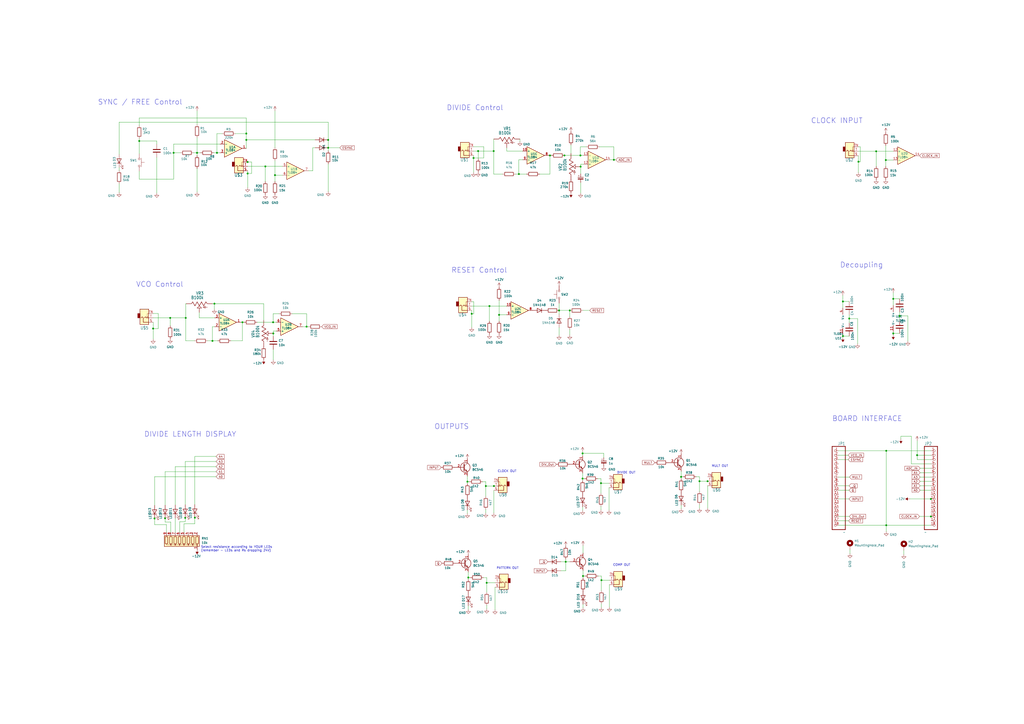
<source format=kicad_sch>
(kicad_sch (version 20230121) (generator eeschema)
  (paper "A2")
  (title_block (title "m0xpd EUCLID+ Control Board") (date "2024-03-26") (rev "2.0") (comment 1 "See: https://github.com/m0xpd/EUCLIDplus") (comment 2 "Published under CC BY-SA 4.0 License"))
  (junction (at 142.875 81.153))
  (junction (at 143.637 100.6348))
  (junction (at 177.8508 189.484))
  (junction (at 140.6398 186.944))
  (junction (at 513.842 92.837))
  (junction (at 337.947 263.017))
  (junction (at 540.004 289.433))
  (junction (at 114.3 88.646))
  (junction (at 123.2408 197.739))
  (junction (at 80.772 81.788))
  (junction (at 158.5468 193.421))
  (junction (at 153.924 96.52))
  (junction (at 113.03 300.2788))
  (junction (at 324.3072 180.086))
  (junction (at 518.16 193.421))
  (junction (at 107.7468 184.404))
  (junction (at 336.804 96.647))
  (junction (at 337.947 277.622))
  (junction (at 107.442 300.3804))
  (junction (at 158.4198 186.944))
  (junction (at 518.16 173.355))
  (junction (at 98.7298 184.404))
  (junction (at 273.6342 182.0164))
  (junction (at 328.168 325.882))
  (junction (at 508.254 87.757))
  (junction (at 274.701 91.6432))
  (junction (at 282.321 338.074))
  (junction (at 124.3838 176.149))
  (junction (at 336.677 90.17))
  (junction (at 286.385 87.63))
  (junction (at 514.096 304.673))
  (junction (at 356.108 92.71))
  (junction (at 95.758 300.6344))
  (junction (at 338.201 334.137))
  (junction (at 405.765 279.146))
  (junction (at 283.9212 177.546))
  (junction (at 89.662 300.736))
  (junction (at 286.512 281.94))
  (junction (at 190.373 85.725))
  (junction (at 348.615 280.289))
  (junction (at 271.653 335.026))
  (junction (at 395.097 276.606))
  (junction (at 330.5302 180.086))
  (junction (at 492.633 184.785))
  (junction (at 497.967 93.8022))
  (junction (at 319.024 90.17))
  (junction (at 488.95 194.945))
  (junction (at 410.464 279.146))
  (junction (at 125.857 88.646))
  (junction (at 327.406 90.17))
  (junction (at 540.004 299.593))
  (junction (at 289.5092 182.626))
  (junction (at 532.003 264.033))
  (junction (at 159.512 101.6))
  (junction (at 348.869 336.55))
  (junction (at 271.145 279.4))
  (junction (at 100.711 88.646))
  (junction (at 488.95 174.879))
  (junction (at 300.99 100.965))
  (junction (at 143.637 93.98))
  (junction (at 88.8238 190.6016))
  (junction (at 142.875 77.47))
  (junction (at 521.843 183.261))
  (junction (at 277.368 87.63))
  (junction (at 514.096 261.493))
  (junction (at 190.373 81.153))
  (junction (at 281.813 281.94))
  (wire (pts (xy 325.374 325.882) (xy 328.168 325.882)))
  (wire (pts (xy 112.268 88.646) (xy 114.3 88.646)))
  (wire (pts (xy 107.7468 184.404) (xy 98.7298 184.404)))
  (wire (pts (xy 294.005 87.63) (xy 303.149 87.63)))
  (wire (pts (xy 410.464 281.686) (xy 410.464 294.767)))
  (wire (pts (xy 271.653 335.026) (xy 272.796 335.026)))
  (wire (pts (xy 113.03 264.795) (xy 125.349 264.795)))
  (wire (pts (xy 395.097 276.606) (xy 396.24 276.606)))
  (wire (pts (xy 533.781 271.653) (xy 540.004 271.653)))
  (wire (pts (xy 497.967 90.297) (xy 497.967 93.8022)))
  (wire (pts (xy 88.8238 184.404) (xy 98.7298 184.404)))
  (wire (pts (xy 175.5648 189.484) (xy 177.8508 189.484)))
  (wire (pts (xy 338.1502 180.086) (xy 342.0872 180.086)))
  (wire (pts (xy 159.512 64.262) (xy 159.512 85.598)))
  (wire (pts (xy 107.442 302.6156) (xy 104.1908 302.6156)))
  (wire (pts (xy 279.908 279.4) (xy 281.813 279.4)))
  (wire (pts (xy 289.5092 174.244) (xy 289.5092 182.626)))
  (wire (pts (xy 348.869 350.266) (xy 348.869 352.298)))
  (wire (pts (xy 80.772 68.453) (xy 80.772 72.771)))
  (wire (pts (xy 532.003 264.033) (xy 540.004 264.033)))
  (wire (pts (xy 405.765 279.146) (xy 410.464 279.146)))
  (wire (pts (xy 115.6208 181.229) (xy 115.6208 184.404)))
  (wire (pts (xy 497.967 93.8022) (xy 499.0846 93.8022)))
  (wire (pts (xy 486.537 302.133) (xy 492.2774 302.133)))
  (wire (pts (xy 158.4198 181.991) (xy 161.8488 181.991)))
  (wire (pts (xy 90.932 83.693) (xy 90.932 81.788)))
  (wire (pts (xy 353.5426 339.09) (xy 353.5426 352.171)))
  (wire (pts (xy 540.004 299.593) (xy 540.0294 299.593)))
  (wire (pts (xy 300.99 100.965) (xy 305.435 100.965)))
  (wire (pts (xy 158.5468 192.024) (xy 158.5468 193.421)))
  (wire (pts (xy 124.3838 179.324) (xy 124.3838 176.149)))
  (wire (pts (xy 181.483 85.725) (xy 181.483 99.06)))
  (wire (pts (xy 488.95 194.945) (xy 492.633 194.945)))
  (wire (pts (xy 274.701 87.63) (xy 277.368 87.63)))
  (wire (pts (xy 514.096 304.673) (xy 540.004 304.673)))
  (wire (pts (xy 139.7508 186.944) (xy 140.6398 186.944)))
  (wire (pts (xy 100.711 103.886) (xy 100.711 88.646)))
  (wire (pts (xy 153.924 96.52) (xy 163.83 96.52)))
  (wire (pts (xy 338.201 334.137) (xy 339.344 334.137)))
  (wire (pts (xy 107.442 300.3296) (xy 107.442 300.3804)))
  (wire (pts (xy 540.004 269.113) (xy 528.701 269.113)))
  (wire (pts (xy 488.95 194.945) (xy 488.95 195.834)))
  (wire (pts (xy 159.512 101.6) (xy 159.512 105.283)))
  (wire (pts (xy 271.145 279.4) (xy 272.288 279.4)))
  (wire (pts (xy 522.605 253.111) (xy 522.605 254.635)))
  (wire (pts (xy 273.6342 177.546) (xy 283.9212 177.546)))
  (wire (pts (xy 328.168 331.089) (xy 328.168 325.882)))
  (wire (pts (xy 508.254 87.757) (xy 518.16 87.757)))
  (wire (pts (xy 190.373 95.123) (xy 190.373 111.125)))
  (wire (pts (xy 80.772 99.314) (xy 80.772 103.886)))
  (wire (pts (xy 488.95 174.879) (xy 492.633 174.879)))
  (wire (pts (xy 88.8238 181.864) (xy 91.7702 181.864)))
  (wire (pts (xy 281.813 295.529) (xy 281.813 297.561)))
  (wire (pts (xy 283.9212 177.546) (xy 283.9212 186.309)))
  (wire (pts (xy 89.662 304.292) (xy 96.5708 304.292)))
  (wire (pts (xy 299.085 100.965) (xy 300.99 100.965)))
  (wire (pts (xy 123.2408 189.484) (xy 123.2408 197.739)))
  (wire (pts (xy 497.967 87.757) (xy 508.254 87.757)))
  (wire (pts (xy 488.95 171.323) (xy 488.95 174.879)))
  (wire (pts (xy 163.83 101.6) (xy 159.512 101.6)))
  (wire (pts (xy 336.677 90.17) (xy 338.582 90.17)))
  (wire (pts (xy 300.99 92.71) (xy 300.99 100.965)))
  (wire (pts (xy 281.813 279.4) (xy 281.813 281.94)))
  (wire (pts (xy 291.465 100.965) (xy 286.385 100.965)))
  (wire (pts (xy 104.1908 302.6156) (xy 104.1908 308.7624)))
  (wire (pts (xy 518.16 192.405) (xy 518.16 193.421)))
  (wire (pts (xy 348.869 336.55) (xy 353.5426 336.55)))
  (wire (pts (xy 143.637 93.98) (xy 145.923 93.98)))
  (wire (pts (xy 89.662 300.736) (xy 89.662 304.292)))
  (wire (pts (xy 101.6508 300.5328) (xy 101.6508 308.7624)))
  (wire (pts (xy 96.5708 304.292) (xy 96.5708 308.7624)))
  (wire (pts (xy 486.537 284.353) (xy 492.506 284.353)))
  (wire (pts (xy 395.097 292.989) (xy 395.097 295.021)))
  (wire (pts (xy 348.615 293.751) (xy 348.615 295.783)))
  (wire (pts (xy 271.653 335.026) (xy 271.653 336.169)))
  (wire (pts (xy 518.16 193.421) (xy 521.843 193.421)))
  (wire (pts (xy 328.168 325.882) (xy 330.581 325.882)))
  (wire (pts (xy 533.781 281.813) (xy 540.004 281.813)))
  (wire (pts (xy 160.3248 192.024) (xy 158.5468 192.024)))
  (wire (pts (xy 403.86 276.606) (xy 405.765 276.606)))
  (wire (pts (xy 356.108 85.217) (xy 347.726 85.217)))
  (wire (pts (xy 273.6342 182.0164) (xy 273.6342 189.865)))
  (wire (pts (xy 99.1108 302.8188) (xy 99.1108 308.7624)))
  (wire (pts (xy 514.096 261.493) (xy 540.004 261.493)))
  (wire (pts (xy 348.615 277.622) (xy 348.615 280.289)))
  (wire (pts (xy 486.537 299.593) (xy 492.6838 299.593)))
  (wire (pts (xy 337.947 294.005) (xy 337.947 296.037)))
  (wire (pts (xy 69.088 97.155) (xy 69.088 98.933)))
  (wire (pts (xy 158.0388 193.421) (xy 158.5468 193.421)))
  (wire (pts (xy 286.512 281.94) (xy 286.5374 281.94)))
  (wire (pts (xy 125.3236 270.6624) (xy 101.6508 270.6624)))
  (wire (pts (xy 136.525 77.47) (xy 142.875 77.47)))
  (wire (pts (xy 518.16 193.421) (xy 518.16 194.31)))
  (wire (pts (xy 486.537 289.433) (xy 492.4806 289.433)))
  (wire (pts (xy 95.758 273.558) (xy 95.758 293.0144)))
  (wire (pts (xy 281.813 281.94) (xy 286.512 281.94)))
  (wire (pts (xy 274.7518 182.0164) (xy 273.6342 182.0164)))
  (wire (pts (xy 319.024 90.17) (xy 319.786 90.17)))
  (wire (pts (xy 80.772 81.788) (xy 80.772 89.154)))
  (wire (pts (xy 140.6398 197.739) (xy 133.9088 197.739)))
  (wire (pts (xy 493.0648 318.8716) (xy 493.0648 321.1576)))
  (wire (pts (xy 177.8508 189.484) (xy 177.8508 181.991)))
  (wire (pts (xy 328.168 324.358) (xy 328.168 325.882)))
  (wire (pts (xy 533.781 284.353) (xy 540.004 284.353)))
  (wire (pts (xy 405.765 292.735) (xy 405.765 294.767)))
  (wire (pts (xy 336.804 105.918) (xy 336.804 112.014)))
  (wire (pts (xy 113.03 300.2788) (xy 113.03 303.784)))
  (wire (pts (xy 143.637 99.06) (xy 143.637 100.6348)))
  (wire (pts (xy 115.6208 184.404) (xy 124.5108 184.404)))
  (wire (pts (xy 143.637 96.52) (xy 153.924 96.52)))
  (wire (pts (xy 348.869 334.137) (xy 348.869 336.55)))
  (wire (pts (xy 274.701 91.6432) (xy 274.701 99.949)))
  (wire (pts (xy 89.662 276.479) (xy 125.349 276.479)))
  (wire (pts (xy 282.321 351.155) (xy 282.321 353.187)))
  (wire (pts (xy 282.321 338.074) (xy 282.321 343.535)))
  (wire (pts (xy 273.6342 180.086) (xy 273.6342 182.0164)))
  (wire (pts (xy 524.3322 319.3034) (xy 524.3322 321.5894)))
  (wire (pts (xy 145.923 100.6348) (xy 143.637 100.6348)))
  (wire (pts (xy 350.266 265.43) (xy 350.266 263.017)))
  (wire (pts (xy 324.3072 180.086) (xy 330.5302 180.086)))
  (wire (pts (xy 336.296 96.647) (xy 336.804 96.647)))
  (wire (pts (xy 527.7866 289.433) (xy 540.004 289.433)))
  (wire (pts (xy 486.537 281.813) (xy 492.5314 281.813)))
  (wire (pts (xy 107.442 267.716) (xy 107.442 292.7604)))
  (wire (pts (xy 123.952 88.646) (xy 125.857 88.646)))
  (wire (pts (xy 69.088 70.866) (xy 69.088 89.535)))
  (wire (pts (xy 158.4198 186.944) (xy 160.3248 186.944)))
  (wire (pts (xy 518.16 92.837) (xy 513.842 92.837)))
  (wire (pts (xy 492.633 184.785) (xy 497.459 184.785)))
  (wire (pts (xy 95.758 302.8188) (xy 99.1108 302.8188)))
  (wire (pts (xy 286.385 87.63) (xy 286.385 80.645)))
  (wire (pts (xy 286.385 87.63) (xy 286.385 100.965)))
  (wire (pts (xy 95.758 300.6344) (xy 95.758 302.8188)))
  (wire (pts (xy 152.9588 176.149) (xy 152.9588 185.801)))
  (wire (pts (xy 303.149 92.71) (xy 300.99 92.71)))
  (wire (pts (xy 289.5092 182.626) (xy 289.5092 186.309)))
  (wire (pts (xy 140.6398 186.944) (xy 141.5288 186.944)))
  (wire (pts (xy 113.03 264.795) (xy 113.03 292.6588)))
  (wire (pts (xy 190.373 85.725) (xy 190.373 87.503)))
  (wire (pts (xy 336.804 96.647) (xy 336.804 100.838)))
  (wire (pts (xy 89.662 300.6852) (xy 89.662 300.736)))
  (wire (pts (xy 337.947 274.447) (xy 337.947 277.622)))
  (wire (pts (xy 124.5108 189.484) (xy 123.2408 189.484)))
  (wire (pts (xy 280.416 335.026) (xy 282.321 335.026)))
  (wire (pts (xy 95.758 300.5836) (xy 95.758 300.6344)))
  (wire (pts (xy 98.7298 184.404) (xy 98.7298 188.976)))
  (wire (pts (xy 274.7518 175.006) (xy 274.7518 182.0164)))
  (wire (pts (xy 153.924 96.52) (xy 153.924 105.283)))
  (wire (pts (xy 405.765 276.606) (xy 405.765 279.146)))
  (wire (pts (xy 128.905 77.47) (xy 125.857 77.47)))
  (wire (pts (xy 127.635 83.566) (xy 100.711 83.566)))
  (wire (pts (xy 533.781 279.273) (xy 540.004 279.273)))
  (wire (pts (xy 356.108 92.71) (xy 356.108 85.217)))
  (wire (pts (xy 486.537 304.673) (xy 514.096 304.673)))
  (wire (pts (xy 346.71 277.622) (xy 348.615 277.622)))
  (wire (pts (xy 513.842 84.455) (xy 513.842 92.837)))
  (wire (pts (xy 69.088 106.553) (xy 69.088 111.633)))
  (wire (pts (xy 80.772 80.391) (xy 80.772 81.788)))
  (wire (pts (xy 80.772 103.886) (xy 100.711 103.886)))
  (wire (pts (xy 488.95 174.879) (xy 488.95 178.689)))
  (wire (pts (xy 330.5302 191.135) (xy 330.5302 194.31)))
  (wire (pts (xy 348.615 280.289) (xy 348.615 286.131)))
  (wire (pts (xy 100.711 83.566) (xy 100.711 88.646)))
  (wire (pts (xy 319.024 100.965) (xy 313.055 100.965)))
  (wire (pts (xy 499.0846 85.217) (xy 499.0846 93.8022)))
  (wire (pts (xy 140.6398 186.944) (xy 140.6398 197.739)))
  (wire (pts (xy 69.088 70.866) (xy 190.373 70.866)))
  (wire (pts (xy 532.003 264.033) (xy 532.003 255.651)))
  (wire (pts (xy 395.097 273.431) (xy 395.097 276.606)))
  (wire (pts (xy 338.201 330.962) (xy 338.201 334.137)))
  (wire (pts (xy 114.3 79.883) (xy 114.3 88.646)))
  (wire (pts (xy 405.765 279.146) (xy 405.765 285.115)))
  (wire (pts (xy 271.145 279.4) (xy 271.145 280.543)))
  (wire (pts (xy 177.8508 189.484) (xy 178.9938 189.484)))
  (wire (pts (xy 107.442 300.3804) (xy 107.442 302.6156)))
  (wire (pts (xy 177.8508 181.991) (xy 169.4688 181.991)))
  (wire (pts (xy 318.389 90.17) (xy 319.024 90.17)))
  (wire (pts (xy 158.5468 202.692) (xy 158.5468 208.788)))
  (wire (pts (xy 514.096 304.673) (xy 514.096 308.356)))
  (wire (pts (xy 488.95 193.929) (xy 488.95 194.945)))
  (wire (pts (xy 274.701 90.17) (xy 274.701 91.6432)))
  (wire (pts (xy 338.201 334.137) (xy 338.201 335.28)))
  (wire (pts (xy 91.7702 190.6016) (xy 88.8238 190.6016)))
  (wire (pts (xy 330.5302 180.086) (xy 330.5302 183.515)))
  (wire (pts (xy 336.677 85.217) (xy 340.106 85.217)))
  (wire (pts (xy 107.7468 176.149) (xy 107.7468 184.404)))
  (wire (pts (xy 353.822 92.71) (xy 356.108 92.71)))
  (wire (pts (xy 143.5862 93.98) (xy 143.637 93.98)))
  (wire (pts (xy 271.653 351.409) (xy 271.653 353.441)))
  (wire (pts (xy 337.947 277.622) (xy 339.09 277.622)))
  (wire (pts (xy 120.4468 197.739) (xy 123.2408 197.739)))
  (wire (pts (xy 294.005 87.63) (xy 294.005 85.725)))
  (wire (pts (xy 327.279 90.17) (xy 327.406 90.17)))
  (wire (pts (xy 540.004 289.433) (xy 540.0294 289.433)))
  (wire (pts (xy 486.537 266.573) (xy 492.0234 266.573)))
  (wire (pts (xy 301.625 80.645) (xy 301.625 82.042)))
  (wire (pts (xy 114.3 64.262) (xy 114.3 72.263)))
  (wire (pts (xy 91.7702 181.864) (xy 91.7702 190.6016)))
  (wire (pts (xy 337.947 263.017) (xy 337.947 264.287)))
  (wire (pts (xy 518.16 173.355) (xy 521.843 173.355)))
  (wire (pts (xy 526.669 183.261) (xy 526.669 197.866)))
  (wire (pts (xy 107.7468 176.149) (xy 108.0008 176.149)))
  (wire (pts (xy 271.653 331.851) (xy 271.653 335.026)))
  (wire (pts (xy 486.537 261.493) (xy 514.096 261.493)))
  (wire (pts (xy 277.368 87.63) (xy 277.368 92.202)))
  (wire (pts (xy 142.875 86.106) (xy 142.875 81.153)))
  (wire (pts (xy 338.201 316.484) (xy 338.201 320.802)))
  (wire (pts (xy 492.633 184.785) (xy 492.633 187.325)))
  (wire (pts (xy 182.753 85.725) (xy 181.483 85.725)))
  (wire (pts (xy 107.7468 184.404) (xy 107.7468 197.739)))
  (wire (pts (xy 181.483 99.06) (xy 179.07 99.06)))
  (wire (pts (xy 324.3072 175.895) (xy 324.3072 180.086)))
  (wire (pts (xy 540.004 266.573) (xy 532.003 266.573)))
  (wire (pts (xy 356.108 92.71) (xy 357.251 92.71)))
  (wire (pts (xy 124.3838 176.149) (xy 123.2408 176.149)))
  (wire (pts (xy 282.321 338.074) (xy 287.147 338.074)))
  (wire (pts (xy 518.16 173.355) (xy 518.16 177.165)))
  (wire (pts (xy 125.857 77.47) (xy 125.857 88.646)))
  (wire (pts (xy 283.9212 177.546) (xy 293.8272 177.546)))
  (wire (pts (xy 514.096 261.493) (xy 514.096 304.673)))
  (wire (pts (xy 158.5468 193.421) (xy 158.5468 195.072)))
  (wire (pts (xy 325.374 331.089) (xy 328.168 331.089)))
  (wire (pts (xy 336.804 95.25) (xy 336.804 96.647)))
  (wire (pts (xy 80.772 81.788) (xy 90.932 81.788)))
  (wire (pts (xy 533.781 276.733) (xy 540.004 276.733)))
  (wire (pts (xy 88.8238 186.944) (xy 88.8238 190.6016)))
  (wire (pts (xy 508.254 87.757) (xy 508.254 96.52)))
  (wire (pts (xy 281.813 281.94) (xy 281.813 287.909)))
  (wire (pts (xy 337.947 277.622) (xy 337.947 278.765)))
  (wire (pts (xy 159.512 93.218) (xy 159.512 101.6)))
  (wire (pts (xy 152.9588 176.149) (xy 124.3838 176.149)))
  (wire (pts (xy 286.512 284.48) (xy 286.512 297.561)))
  (wire (pts (xy 145.923 93.98) (xy 145.923 100.6348)))
  (wire (pts (xy 88.8238 190.6016) (xy 88.8238 196.723)))
  (wire (pts (xy 533.781 274.193) (xy 540.004 274.193)))
  (wire (pts (xy 350.266 263.017) (xy 337.947 263.017)))
  (wire (pts (xy 190.373 70.866) (xy 190.373 81.153)))
  (wire (pts (xy 112.8268 197.739) (xy 107.7468 197.739)))
  (wire (pts (xy 158.4198 186.944) (xy 158.4198 181.991)))
  (wire (pts (xy 518.16 169.799) (xy 518.16 173.355)))
  (wire (pts (xy 106.7308 303.784) (xy 106.7308 308.7624)))
  (wire (pts (xy 521.843 183.261) (xy 526.669 183.261)))
  (wire (pts (xy 271.145 276.225) (xy 271.145 279.4)))
  (wire (pts (xy 528.701 253.111) (xy 522.605 253.111)))
  (wire (pts (xy 319.024 90.17) (xy 319.024 100.965)))
  (wire (pts (xy 280.5938 85.09) (xy 274.701 85.09)))
  (wire (pts (xy 107.442 267.716) (xy 125.349 267.716)))
  (wire (pts (xy 100.711 88.646) (xy 104.648 88.646)))
  (wire (pts (xy 497.967 85.217) (xy 499.0846 85.217)))
  (wire (pts (xy 492.633 182.499) (xy 492.633 184.785)))
  (wire (pts (xy 271.145 295.783) (xy 271.145 297.815)))
  (wire (pts (xy 331.216 84.074) (xy 331.216 89.027)))
  (wire (pts (xy 142.875 81.153) (xy 142.875 77.47)))
  (wire (pts (xy 114.3 88.646) (xy 116.332 88.646)))
  (wire (pts (xy 327.406 90.17) (xy 336.677 90.17)))
  (wire (pts (xy 190.373 85.725) (xy 197.104 85.725)))
  (wire (pts (xy 486.537 264.033) (xy 491.998 264.033)))
  (wire (pts (xy 533.4254 299.593) (xy 540.004 299.593)))
  (wire (pts (xy 89.662 276.479) (xy 89.662 293.116)))
  (wire (pts (xy 521.843 180.975) (xy 521.843 183.261)))
  (wire (pts (xy 286.385 87.63) (xy 277.368 87.63)))
  (wire (pts (xy 287.147 340.614) (xy 287.147 353.695)))
  (wire (pts (xy 338.201 350.52) (xy 338.201 352.552)))
  (wire (pts (xy 324.3072 189.992) (xy 324.3072 194.437)))
  (wire (pts (xy 410.464 279.146) (xy 410.4894 279.146)))
  (wire (pts (xy 90.932 91.313) (xy 90.932 112.014)))
  (wire (pts (xy 282.321 335.026) (xy 282.321 338.074)))
  (wire (pts (xy 528.701 269.113) (xy 528.701 253.111)))
  (wire (pts (xy 190.373 81.153) (xy 190.373 85.725)))
  (wire (pts (xy 497.459 184.785) (xy 497.459 199.39)))
  (wire (pts (xy 125.857 88.646) (xy 127.635 88.646)))
  (wire (pts (xy 324.3072 180.086) (xy 324.3072 182.372)))
  (wire (pts (xy 142.875 81.153) (xy 182.753 81.153)))
  (wire (pts (xy 123.2408 197.739) (xy 126.2888 197.739)))
  (wire (pts (xy 346.964 334.137) (xy 348.869 334.137)))
  (wire (pts (xy 114.3 88.646) (xy 114.3 90.17)))
  (wire (pts (xy 142.875 77.47) (xy 142.875 68.453)))
  (wire (pts (xy 338.582 95.25) (xy 336.804 95.25)))
  (wire (pts (xy 353.2886 282.829) (xy 353.2886 295.91)))
  (wire (pts (xy 113.03 303.784) (xy 106.7308 303.784)))
  (wire (pts (xy 273.6342 175.006) (xy 274.7518 175.006)))
  (wire (pts (xy 113.03 300.228) (xy 113.03 300.2788)))
  (wire (pts (xy 293.8272 182.626) (xy 289.5092 182.626)))
  (wire (pts (xy 395.097 276.606) (xy 395.097 277.749)))
  (wire (pts (xy 513.842 92.837) (xy 513.842 96.52)))
  (wire (pts (xy 486.537 276.733) (xy 492.7346 276.733)))
  (wire (pts (xy 114.3 97.79) (xy 114.3 111.379)))
  (wire (pts (xy 142.875 68.453) (xy 80.772 68.453)))
  (wire (pts (xy 497.967 93.8022) (xy 497.967 100.076)))
  (wire (pts (xy 348.615 280.289) (xy 353.2886 280.289)))
  (wire (pts (xy 149.1488 186.944) (xy 158.4198 186.944)))
  (wire (pts (xy 143.637 100.6348) (xy 143.637 108.839)))
  (wire (pts (xy 95.758 273.558) (xy 125.349 273.558)))
  (wire (pts (xy 336.677 90.17) (xy 336.677 85.217)))
  (wire (pts (xy 280.5938 91.6432) (xy 280.5938 85.09)))
  (wire (pts (xy 532.003 266.573) (xy 532.003 264.033)))
  (wire (pts (xy 348.869 336.55) (xy 348.869 342.646)))
  (wire (pts (xy 101.6508 270.6624) (xy 101.6508 292.9128)))
  (wire (pts (xy 274.701 91.6432) (xy 280.5938 91.6432)))
  (wire (pts (xy 521.843 183.261) (xy 521.843 185.801)))
  (wire (pts (xy 337.947 262.001) (xy 337.947 263.017)))
  (text "BOARD INTERFACE" (at 482.727 244.729 0) (effects (font (size 3 3)) (justify left bottom)))
  (text "SYNC / FREE Control" (at 56.769 61.087 0) (effects (font (size 3 3)) (justify left bottom)))
  (text "RESET Control" (at 261.874 158.623 0) (effects (font (size 3 3)) (justify left bottom)))
  (text "MULT OUT" (at 412.877 271.145 0) (effects (font (size 1.27 1.27)) (justify left bottom)))
  (text "PATTERN OUT" (at 288.036 330.327 0) (effects (font (size 1.27 1.27)) (justify left bottom)))
  (text "DIVIDE LENGTH DISPLAY" (at 83.6168 253.7714 0) (effects (font (size 3 3)) (justify left bottom)))
  (text "Select resistance according to YOUR LEDs\n(remember - LEDs and Rs dropping 24V)" (at 116.586 320.167 0) (effects (font (size 1.27 1.27)) (justify left bottom)))
  (text "CLOCK OUT" (at 288.671 274.193 0) (effects (font (size 1.27 1.27)) (justify left bottom)))
  (text "OUTPUTS" (at 251.968 249.301 0) (effects (font (size 3 3)) (justify left bottom)))
  (text "DIVIDE OUT" (at 357.886 274.955 0) (effects (font (size 1.27 1.27)) (justify left bottom)))
  (text "VCO Control" (at 78.9178 166.8272 0) (effects (font (size 3 3)) (justify left bottom)))
  (text "DIVIDE Control" (at 259.08 64.389 0) (effects (font (size 3 3)) (justify left bottom)))
  (text "Decoupling" (at 487.299 155.575 0) (effects (font (size 3 3)) (justify left bottom)))
  (text "CLOCK INPUT" (at 470.408 71.882 0) (effects (font (size 3 3)) (justify left bottom)))
  (text "COMP OUT" (at 355.6 328.549 0) (effects (font (size 1.27 1.27)) (justify left bottom)))
  (global_label "INPUT" (shape input) (at 492.4806 289.433 0) (property "Intersheetrefs" "${INTERSHEET_REFS}" (effects hide)))
  (global_label "ESYNC" (shape input) (at 492.0234 266.573 0) (property "Intersheetrefs" "${INTERSHEET_REFS}" (effects hide)))
  (global_label "A1" (shape input) (at 125.349 273.558 0) (property "Intersheetrefs" "${INTERSHEET_REFS}" (effects hide)))
  (global_label "Q" (shape input) (at 256.413 326.771 180) (property "Intersheetrefs" "${INTERSHEET_REFS}" (effects hide)))
  (global_label "_Q" (shape input) (at 492.5314 281.813 0) (property "Intersheetrefs" "${INTERSHEET_REFS}" (effects hide)))
  (global_label "A0" (shape input) (at 533.781 284.353 180) (property "Intersheetrefs" "${INTERSHEET_REFS}" (effects hide)))
  (global_label "Q" (shape input) (at 492.506 284.353 0) (property "Intersheetrefs" "${INTERSHEET_REFS}" (effects hide)))
  (global_label "A4" (shape input) (at 533.781 274.193 180) (property "Intersheetrefs" "${INTERSHEET_REFS}" (effects hide)))
  (global_label "CLOCK_IN" (shape input) (at 533.4 90.297 0) (property "Intersheetrefs" "${INTERSHEET_REFS}" (effects hide)))
  (global_label "ADC_IN" (shape input) (at 533.781 271.653 180) (property "Intersheetrefs" "${INTERSHEET_REFS}" (effects hide)))
  (global_label "DIV_Out" (shape input) (at 492.6838 299.593 0) (property "Intersheetrefs" "${INTERSHEET_REFS}" (effects hide)))
  (global_label "MULT" (shape input) (at 492.7346 276.733 0) (property "Intersheetrefs" "${INTERSHEET_REFS}" (effects hide)))
  (global_label "VCO_IN" (shape input) (at 186.6138 189.484 0) (property "Intersheetrefs" "${INTERSHEET_REFS}" (effects hide)))
  (global_label "DIV_Out" (shape input) (at 322.707 269.367 180) (property "Intersheetrefs" "${INTERSHEET_REFS}" (effects hide)))
  (global_label "A4" (shape input) (at 125.349 264.795 0) (property "Intersheetrefs" "${INTERSHEET_REFS}" (effects hide)))
  (global_label "A3" (shape input) (at 533.781 276.733 180) (property "Intersheetrefs" "${INTERSHEET_REFS}" (effects hide)))
  (global_label "A3" (shape input) (at 125.349 267.716 0) (property "Intersheetrefs" "${INTERSHEET_REFS}" (effects hide)))
  (global_label "RESET" (shape input) (at 492.2774 302.133 0) (property "Intersheetrefs" "${INTERSHEET_REFS}" (effects hide)))
  (global_label "ADC_IN" (shape input) (at 357.251 92.71 0) (property "Intersheetrefs" "${INTERSHEET_REFS}" (effects hide)))
  (global_label "ESYNC" (shape input) (at 197.104 85.725 0) (property "Intersheetrefs" "${INTERSHEET_REFS}" (effects hide)))
  (global_label "MULT" (shape input) (at 379.857 268.351 180) (property "Intersheetrefs" "${INTERSHEET_REFS}" (effects hide)))
  (global_label "INPUT" (shape input) (at 317.754 331.089 180) (property "Intersheetrefs" "${INTERSHEET_REFS}" (effects hide)))
  (global_label "RESET" (shape input) (at 342.0872 180.086 0) (property "Intersheetrefs" "${INTERSHEET_REFS}" (effects hide)))
  (global_label "_Q" (shape input) (at 317.754 325.882 180) (property "Intersheetrefs" "${INTERSHEET_REFS}" (effects hide)))
  (global_label "A0" (shape input) (at 125.349 276.479 0) (property "Intersheetrefs" "${INTERSHEET_REFS}" (effects hide)))
  (global_label "CLOCK_IN" (shape input) (at 533.4254 299.593 180) (property "Intersheetrefs" "${INTERSHEET_REFS}" (effects hide)))
  (global_label "INPUT" (shape input) (at 255.905 271.145 180) (property "Intersheetrefs" "${INTERSHEET_REFS}" (effects hide)))
  (global_label "VCO_IN" (shape input) (at 491.998 264.033 0) (property "Intersheetrefs" "${INTERSHEET_REFS}" (effects hide)))
  (global_label "A1" (shape input) (at 533.781 281.813 180) (property "Intersheetrefs" "${INTERSHEET_REFS}" (effects hide)))
  (global_label "A2" (shape input) (at 533.781 279.273 180) (property "Intersheetrefs" "${INTERSHEET_REFS}" (effects hide)))
  (global_label "A2" (shape input) (at 125.3236 270.6624 0) (property "Intersheetrefs" "${INTERSHEET_REFS}" (effects hide)))
  (symbol (lib_id "Device:R") (at 153.924 109.093 180) (unit 1)
    (property "Reference" "R20" (at 148.209 107.95 0) (effects (justify right)))
    (property "Value" "100k" (at 147.193 110.236 0) (effects (justify right)))
    (property "Footprint" "Resistor_THT:R_Axial_DIN0207_L6.3mm_D2.5mm_P7.62mm_Horizontal" (effects hide))
  )
  (symbol (lib_id "power:GND") (at 348.869 352.298 0) (unit 1)
    (property "Reference" "#PWR062" (effects hide))
    (property "Value" "GND" (at 345.186 353.949 0))
  )
  (symbol (lib_id "power:GND") (at 190.373 111.125 0) (unit 1)
    (property "Reference" "#PWR012" (effects hide))
    (property "Value" "GND" (at 185.928 113.03 0))
  )
  (symbol (lib_id "Device:R") (at 320.4972 180.086 270) (unit 1)
    (property "Reference" "R23" (at 320.4972 174.244 90))
    (property "Value" "1k" (at 320.4972 176.784 90))
    (property "Footprint" "Resistor_THT:R_Axial_DIN0207_L6.3mm_D2.5mm_P7.62mm_Horizontal" (effects hide))
  )
  (symbol (lib_id "Device:C") (at 521.843 189.611 0) (unit 1)
    (property "Reference" "C5" (at 523.24 187.706 90) (effects (justify left)))
    (property "Value" "100n" (at 523.367 195.961 90) (effects (justify left)))
    (property "Footprint" "Capacitor_THT:C_Disc_D4.3mm_W1.9mm_P5.00mm" (effects hide))
  )
  (symbol (lib_id "Device:R") (at 182.8038 189.484 90) (unit 1)
    (property "Reference" "R28" (at 181.0258 194.945 0) (effects (justify left)))
    (property "Value" "100k" (at 183.1848 195.834 0) (effects (justify left)))
    (property "Footprint" "Resistor_THT:R_Axial_DIN0207_L6.3mm_D2.5mm_P7.62mm_Horizontal" (effects hide))
  )
  (symbol (lib_id "Device:R") (at 145.3388 186.944 270) (unit 1)
    (property "Reference" "R26" (at 145.3388 181.102 90))
    (property "Value" "10k" (at 145.3388 183.642 90))
    (property "Footprint" "Resistor_THT:R_Axial_DIN0207_L6.3mm_D2.5mm_P7.62mm_Horizontal" (effects hide))
  )
  (symbol (lib_id "Amplifier_Operational:TL084") (at 135.255 86.106 0) (mirror x) (unit 1)
    (property "Reference" "U1" (at 134.747 85.344 0))
    (property "Value" "TL084" (at 133.731 87.122 0))
    (property "Footprint" "Package_DIP:DIP-14_W7.62mm_Socket_LongPads" (effects hide))
    (property "Datasheet" "http://www.ti.com/lit/ds/symlink/tl081.pdf" (effects hide))
  )
  (symbol (lib_id "Device:C_Polarized_Small") (at 336.804 103.378 0) (unit 1)
    (property "Reference" "C2" (at 339.09 101.5619 0) (effects (justify left)))
    (property "Value" "1u" (at 339.09 104.1019 0) (effects (justify left)))
    (property "Footprint" "Capacitor_THT:CP_Radial_D5.0mm_P2.50mm" (effects hide))
  )
  (symbol (lib_id "Device:R") (at 331.216 80.264 0) (unit 1)
    (property "Reference" "R4" (at 333.756 78.994 0) (effects (justify left)))
    (property "Value" "270k" (at 333.756 81.534 0) (effects (justify left)))
    (property "Footprint" "Resistor_THT:R_Axial_DIN0207_L6.3mm_D2.5mm_P7.62mm_Horizontal" (effects hide))
  )
  (symbol (lib_id "power:GND") (at 324.3072 194.437 0) (unit 1)
    (property "Reference" "#PWR030" (effects hide))
    (property "Value" "GND" (at 324.3072 199.136 0))
  )
  (symbol (lib_id "Device:R") (at 260.223 326.771 270) (unit 1)
    (property "Reference" "R48" (at 262.001 324.485 90) (effects (justify right)))
    (property "Value" "10k" (at 261.493 329.438 90) (effects (justify right)))
    (property "Footprint" "Resistor_THT:R_Axial_DIN0207_L6.3mm_D2.5mm_P7.62mm_Horizontal" (effects hide))
  )
  (symbol (lib_id "Transistor_BJT:BC546") (at 335.661 325.882 0) (unit 1)
    (property "Reference" "Q4" (at 340.995 324.612 0) (effects (justify left)))
    (property "Value" "BC546" (at 340.995 327.152 0) (effects (justify left)))
    (property "Footprint" "Package_TO_SOT_THT:TO-92_HandSolder" (effects hide))
    (property "Datasheet" "https://www.onsemi.com/pub/Collateral/BC550-D.pdf" (effects hide))
  )
  (symbol (lib_id "power:-12V") (at 518.16 194.31 180) (unit 1)
    (property "Reference" "#PWR029" (effects hide))
    (property "Value" "-12V" (at 518.16 199.644 0))
  )
  (symbol (lib_id "Device:R") (at 159.512 109.093 180) (unit 1)
    (property "Reference" "R21" (at 161.925 107.823 0) (effects (justify right)))
    (property "Value" "15k" (at 161.925 110.363 0) (effects (justify right)))
    (property "Footprint" "Resistor_THT:R_Axial_DIN0207_L6.3mm_D2.5mm_P7.62mm_Horizontal" (effects hide))
  )
  (symbol (lib_id "Diode:1N4148") (at 324.3072 186.182 270) (unit 1)
    (property "Reference" "D5" (at 318.0842 184.658 90) (effects (justify left)))
    (property "Value" "1N4148" (at 314.4012 187.198 90) (effects (justify left)))
    (property "Footprint" "Diode_THT:D_DO-35_SOD27_P7.62mm_Horizontal" (effects hide))
    (property "Datasheet" "https://assets.nexperia.com/documents/data-sheet/1N4148_1N4448.pdf" (effects hide))
    (property "Sim.Device" "D" (effects hide))
    (property "Sim.Pins" "1=K 2=A" (effects hide))
  )
  (symbol (lib_id "power:+12V") (at 395.097 263.271 0) (unit 1)
    (property "Reference" "#PWR041" (effects hide))
    (property "Value" "+12V" (at 390.398 261.62 0))
  )
  (symbol (lib_id "power:GND") (at 497.459 199.39 0) (unit 1)
    (property "Reference" "#PWR035" (effects hide))
    (property "Value" "GND" (at 494.284 201.295 0))
  )
  (symbol (lib_id "Diode:1N4148") (at 321.564 331.089 0) (unit 1)
    (property "Reference" "D15" (at 321.818 333.756 0))
    (property "Value" "1N4148" (effects hide))
    (property "Footprint" "Diode_THT:D_DO-35_SOD27_P7.62mm_Horizontal" (effects hide))
    (property "Datasheet" "https://assets.nexperia.com/documents/data-sheet/1N4148_1N4448.pdf" (effects hide))
    (property "Sim.Device" "D" (effects hide))
    (property "Sim.Pins" "1=K 2=A" (effects hide))
  )
  (symbol (lib_id "Device:LED") (at 107.442 296.5704 90) (unit 1)
    (property "Reference" "D10" (at 104.648 294.1574 0) (effects (justify right)))
    (property "Value" "LED" (at 104.902 297.2054 0) (effects (justify right)))
    (property "Footprint" "LED_THT:LED_D3.0mm" (effects hide))
  )
  (symbol (lib_id "power:GND") (at 508.254 104.14 0) (unit 1)
    (property "Reference" "#PWR09" (effects hide))
    (property "Value" "GND" (at 508.254 108.839 0))
  )
  (symbol (lib_id "Connector_Audio:AudioJack2_SwitchT") (at 291.592 281.94 180) (unit 1)
    (property "Reference" "U$8" (at 294.132 286.004 0) (effects (font (size 1.778 1.5113)) (justify left bottom)))
    (property "Value" "THONKICONN_JACK" (effects hide))
    (property "Footprint" "Connector_Audio:Jack_3.5mm_QingPu_WQP-PJ398SM_Vertical_CircularHoles" (effects hide))
  )
  (symbol (lib_id "Device:R") (at 343.154 334.137 270) (unit 1)
    (property "Reference" "R49" (at 344.678 331.47 90) (effects (justify right)))
    (property "Value" "1k2" (at 344.551 336.423 90) (effects (justify right)))
    (property "Footprint" "Resistor_THT:R_Axial_DIN0207_L6.3mm_D2.5mm_P7.62mm_Horizontal" (effects hide))
  )
  (symbol (lib_id "Amplifier_Operational:TL084") (at 310.769 90.17 0) (unit 3)
    (property "Reference" "U1" (at 309.753 89.281 0))
    (property "Value" "TL084" (at 308.737 91.186 0))
    (property "Footprint" "Package_DIP:DIP-14_W7.62mm_Socket_LongPads" (effects hide))
    (property "Datasheet" "http://www.ti.com/lit/ds/symlink/tl081.pdf" (effects hide))
  )
  (symbol (lib_id "power:GND") (at 69.088 111.633 0) (unit 1)
    (property "Reference" "#PWR014" (effects hide))
    (property "Value" "GND" (at 64.643 113.538 0))
  )
  (symbol (lib_id "Device:R") (at 338.201 339.09 180) (unit 1)
    (property "Reference" "R51" (at 335.28 341.122 90) (effects (justify right)))
    (property "Value" "5k6" (at 340.614 341.122 90) (effects (justify right)))
    (property "Footprint" "Resistor_THT:R_Axial_DIN0207_L6.3mm_D2.5mm_P7.62mm_Horizontal" (effects hide))
  )
  (symbol (lib_id "power:-12V") (at 522.605 254.635 180) (unit 1)
    (property "Reference" "#PWR038" (effects hide))
    (property "Value" "-12V" (at 518.795 256.413 0))
  )
  (symbol (lib_id "power:GND") (at 287.147 353.695 0) (unit 1)
    (property "Reference" "#PWR066" (effects hide))
    (property "Value" "GND" (at 291.846 355.473 0))
  )
  (symbol (lib_id "Device:R") (at 342.9 277.622 270) (unit 1)
    (property "Reference" "R39" (at 344.424 275.463 90) (effects (justify right)))
    (property "Value" "1k2" (at 344.678 279.781 90) (effects (justify right)))
    (property "Footprint" "Resistor_THT:R_Axial_DIN0207_L6.3mm_D2.5mm_P7.62mm_Horizontal" (effects hide))
  )
  (symbol (lib_id "Device:R") (at 337.947 282.575 180) (unit 1)
    (property "Reference" "R42" (at 335.534 284.48 90) (effects (justify right)))
    (property "Value" "5k6" (at 340.36 283.591 90) (effects (justify right)))
    (property "Footprint" "Resistor_THT:R_Axial_DIN0207_L6.3mm_D2.5mm_P7.62mm_Horizontal" (effects hide))
  )
  (symbol (lib_id "Device:R") (at 259.715 271.145 270) (unit 1)
    (property "Reference" "R37" (at 261.62 268.732 90) (effects (justify right)))
    (property "Value" "10k" (at 261.62 273.558 90) (effects (justify right)))
    (property "Footprint" "Resistor_THT:R_Axial_DIN0207_L6.3mm_D2.5mm_P7.62mm_Horizontal" (effects hide))
  )
  (symbol (lib_id "power:+12V") (at 289.5092 166.624 0) (unit 1)
    (property "Reference" "#PWR021" (effects hide))
    (property "Value" "+12V" (at 289.5092 162.179 0))
  )
  (symbol (lib_id "power:GND") (at 283.9212 193.929 0) (unit 1)
    (property "Reference" "#PWR026" (effects hide))
    (property "Value" "GND" (at 283.9212 198.628 0))
  )
  (symbol (lib_id "Device:R") (at 289.5092 170.434 180) (unit 1)
    (property "Reference" "R22" (at 292.3032 169.164 0) (effects (justify right)))
    (property "Value" "100k" (at 292.3032 171.704 0) (effects (justify right)))
    (property "Footprint" "Resistor_THT:R_Axial_DIN0207_L6.3mm_D2.5mm_P7.62mm_Horizontal" (effects hide))
  )
  (symbol (lib_id "power:+12V") (at 338.201 316.484 0) (unit 1)
    (property "Reference" "#PWR055" (effects hide))
    (property "Value" "+12V" (at 333.502 314.833 0))
  )
  (symbol (lib_id "power:GND") (at 273.6342 189.865 0) (unit 1)
    (property "Reference" "#PWR025" (effects hide))
    (property "Value" "GND" (at 273.6342 194.564 0))
  )
  (symbol (lib_id "power:-12V") (at 114.3508 318.9224 180) (unit 1)
    (property "Reference" "#PWR057" (effects hide))
    (property "Value" "-12V" (at 113.8428 322.6054 0))
  )
  (symbol (lib_id "power:GND") (at 90.932 112.014 0) (unit 1)
    (property "Reference" "#PWR016" (effects hide))
    (property "Value" "GND" (at 86.487 113.919 0))
  )
  (symbol (lib_id "Device:R") (at 165.6588 181.991 270) (unit 1)
    (property "Reference" "R25" (at 165.6588 176.022 90))
    (property "Value" "10k" (at 165.6588 178.562 90))
    (property "Footprint" "Resistor_THT:R_Axial_DIN0207_L6.3mm_D2.5mm_P2.54mm_Vertical" (effects hide))
  )
  (symbol (lib_id "Device:R") (at 334.3402 180.086 270) (unit 1)
    (property "Reference" "R24" (at 334.3402 174.244 90))
    (property "Value" "100k" (at 334.2132 176.657 90))
    (property "Footprint" "Resistor_THT:R_Axial_DIN0207_L6.3mm_D2.5mm_P7.62mm_Horizontal" (effects hide))
  )
  (symbol (lib_id "power:GND") (at 277.368 99.822 0) (unit 1)
    (property "Reference" "#PWR06" (effects hide))
    (property "Value" "GND" (at 281.051 101.6 0))
  )
  (symbol (lib_id "Device:R_Network08") (at 104.1908 313.8424 180) (unit 1)
    (property "Reference" "RN1" (at 116.84 312.3184 0) (effects (justify right)))
    (property "Value" "10k" (at 116.84 314.8584 0) (effects (justify right)))
    (property "Footprint" "Resistor_THT:R_Array_SIP9" (effects hide))
    (property "Datasheet" "http://www.vishay.com/docs/31509/csc.pdf" (effects hide))
  )
  (symbol (lib_id "Device:R") (at 295.275 100.965 270) (unit 1)
    (property "Reference" "R16" (at 295.275 94.488 90))
    (property "Value" "47k" (at 295.275 97.028 90))
    (property "Footprint" "Resistor_THT:R_Axial_DIN0207_L6.3mm_D2.5mm_P7.62mm_Horizontal" (effects hide))
  )
  (symbol (lib_id "power:GND") (at 153.924 112.903 0) (unit 1)
    (property "Reference" "#PWR018" (effects hide))
    (property "Value" "GND" (at 153.924 117.602 0))
  )
  (symbol (lib_id "Connector_Audio:AudioJack2_SwitchT") (at 138.557 96.52 0) (mirror x) (unit 1)
    (property "Reference" "U$3" (at 136.017 100.584 0) (effects (font (size 1.778 1.5113)) (justify left bottom)))
    (property "Value" "THONKICONN_JACK" (effects hide))
    (property "Footprint" "Connector_Audio:Jack_3.5mm_QingPu_WQP-PJ398SM_Vertical_CircularHoles" (effects hide))
  )
  (symbol (lib_id "control board-eagle-import:9MM_SNAP-IN_POT_") (at 294.005 80.645 90) (mirror x) (unit 1)
    (property "Reference" "VR1" (at 296.545 75.565 90) (effects (font (size 1.778 1.5113)) (justify left bottom)))
    (property "Value" "B100k" (at 296.545 78.105 90) (effects (font (size 1.778 1.5113)) (justify left bottom)))
    (property "Footprint" "Potentiometer_THT:Potentiometer_Alpha_RD901F-40-00D_Single_Vertical_CircularHoles" (effects hide))
  )
  (symbol (lib_id "Amplifier_Operational:TL084") (at 167.9448 189.484 0) (mirror x) (unit 2)
    (property "Reference" "U2" (at 167.259 188.214 0))
    (property "Value" "TL084" (at 166.37 190.373 0))
    (property "Footprint" "Package_DIP:DIP-14_W7.62mm_Socket_LongPads" (effects hide))
    (property "Datasheet" "http://www.ti.com/lit/ds/symlink/tl081.pdf" (effects hide))
  )
  (symbol (lib_id "power:+12V") (at 114.3 64.262 0) (unit 1)
    (property "Reference" "#PWR01" (effects hide))
    (property "Value" "+12V" (at 110.109 62.357 0))
  )
  (symbol (lib_id "Device:R") (at 69.088 102.743 180) (unit 1)
    (property "Reference" "R18" (at 71.374 102.489 0) (effects (justify right)))
    (property "Value" "5k6" (at 71.247 104.394 0) (effects (justify right)))
    (property "Footprint" "Resistor_THT:R_Axial_DIN0207_L6.3mm_D2.5mm_P7.62mm_Horizontal" (effects hide))
  )
  (symbol (lib_id "Device:R") (at 395.097 281.559 180) (unit 1)
    (property "Reference" "R41" (at 392.557 282.829 90) (effects (justify right)))
    (property "Value" "5k6" (at 397.383 282.321 90) (effects (justify right)))
    (property "Footprint" "Resistor_THT:R_Axial_DIN0207_L6.3mm_D2.5mm_P7.62mm_Horizontal" (effects hide))
  )
  (symbol (lib_id "Device:R") (at 283.9212 190.119 180) (unit 1)
    (property "Reference" "R29" (at 278.2062 188.976 0) (effects (justify right)))
    (property "Value" "100k" (at 277.1902 191.262 0) (effects (justify right)))
    (property "Footprint" "Resistor_THT:R_Axial_DIN0207_L6.3mm_D2.5mm_P7.62mm_Horizontal" (effects hide))
  )
  (symbol (lib_id "Amplifier_Operational:TL084") (at 525.78 90.297 0) (unit 4)
    (property "Reference" "U2" (at 524.637 89.027 0))
    (property "Value" "TL084" (at 523.748 91.186 0))
    (property "Footprint" "Package_DIP:DIP-14_W7.62mm_Socket_LongPads" (effects hide))
    (property "Datasheet" "http://www.ti.com/lit/ds/symlink/tl081.pdf" (effects hide))
  )
  (symbol (lib_id "power:GND") (at 98.7298 196.596 0) (unit 1)
    (property "Reference" "#PWR032" (effects hide))
    (property "Value" "GND" (at 98.7298 201.295 0))
  )
  (symbol (lib_id "Device:R") (at 159.512 89.408 180) (unit 1)
    (property "Reference" "R9" (at 162.306 88.138 0) (effects (justify right)))
    (property "Value" "100k" (at 162.306 90.678 0) (effects (justify right)))
    (property "Footprint" "Resistor_THT:R_Axial_DIN0207_L6.3mm_D2.5mm_P2.54mm_Vertical" (effects hide))
  )
  (symbol (lib_id "Transistor_BJT:BC546") (at 335.407 269.367 0) (unit 1)
    (property "Reference" "Q2" (at 340.741 268.097 0) (effects (justify left)))
    (property "Value" "BC546" (at 340.741 270.637 0) (effects (justify left)))
    (property "Footprint" "Package_TO_SOT_THT:TO-92_HandSolder" (effects hide))
    (property "Datasheet" "https://www.onsemi.com/pub/Collateral/BC550-D.pdf" (effects hide))
  )
  (symbol (lib_id "power:GND") (at 271.145 297.815 0) (unit 1)
    (property "Reference" "#PWR053" (effects hide))
    (property "Value" "GND" (at 267.716 299.847 0))
  )
  (symbol (lib_id "Amplifier_Operational:TL084") (at 171.45 99.06 0) (unit 2)
    (property "Reference" "U1" (at 170.561 98.044 0))
    (property "Value" "TL084" (at 169.545 100.076 0))
    (property "Footprint" "Package_DIP:DIP-14_W7.62mm_Socket_LongPads" (effects hide))
    (property "Datasheet" "http://www.ti.com/lit/ds/symlink/tl081.pdf" (effects hide))
  )
  (symbol (lib_id "power:GND") (at 159.512 112.903 0) (unit 1)
    (property "Reference" "#PWR019" (effects hide))
    (property "Value" "GND" (at 159.512 117.602 0))
  )
  (symbol (lib_id "Connector_Audio:AudioJack2_SwitchT") (at 83.7438 184.404 0) (mirror x) (unit 1)
    (property "Reference" "U$5" (at 81.407 189.23 0) (effects (font (size 1.778 1.5113)) (justify left bottom)))
    (property "Value" "THONKICONN_JACK" (effects hide))
    (property "Footprint" "Connector_Audio:Jack_3.5mm_QingPu_WQP-PJ398SM_Vertical_CircularHoles" (effects hide))
  )
  (symbol (lib_id "Transistor_BJT:BC546") (at 269.113 326.771 0) (unit 1)
    (property "Reference" "Q5" (at 274.447 325.501 0) (effects (justify left)))
    (property "Value" "BC546" (at 274.447 328.041 0) (effects (justify left)))
    (property "Footprint" "Package_TO_SOT_THT:TO-92_HandSolder" (effects hide))
    (property "Datasheet" "https://www.onsemi.com/pub/Collateral/BC550-D.pdf" (effects hide))
  )
  (symbol (lib_id "Device:LED") (at 101.6508 296.7228 90) (unit 1)
    (property "Reference" "D11" (at 98.8568 294.3098 0) (effects (justify right)))
    (property "Value" "LED" (at 99.1108 297.3578 0) (effects (justify right)))
    (property "Footprint" "LED_THT:LED_D3.0mm" (effects hide))
  )
  (symbol (lib_id "Device:R") (at 281.813 291.719 180) (unit 1)
    (property "Reference" "R46" (at 279.019 293.497 90) (effects (justify right)))
    (property "Value" "4k7" (at 284.48 293.37 90) (effects (justify right)))
    (property "Footprint" "Resistor_THT:R_Axial_DIN0207_L6.3mm_D2.5mm_P7.62mm_Horizontal" (effects hide))
  )
  (symbol (lib_id "Amplifier_Operational:TL084") (at 520.7 184.785 0) (unit 5)
    (property "Reference" "U2" (at 519.557 183.515 0) (effects (justify left)))
    (property "Value" "TL084" (at 519.557 186.055 0) (effects (justify left)))
    (property "Footprint" "Package_DIP:DIP-14_W7.62mm_Socket_LongPads" (effects hide))
    (property "Datasheet" "http://www.ti.com/lit/ds/symlink/tl081.pdf" (effects hide))
  )
  (symbol (lib_id "power:GND") (at 301.625 82.042 0) (unit 1)
    (property "Reference" "#PWR05" (effects hide))
    (property "Value" "GND" (at 305.435 83.693 0))
  )
  (symbol (lib_id "power:GND") (at 524.3322 321.5894 0) (unit 1)
    (property "Reference" "#PWR059" (effects hide))
    (property "Value" "GND" (at 524.3322 325.5264 90) (effects (justify right)))
  )
  (symbol (lib_id "power:GND") (at 497.967 100.076 0) (unit 1)
    (property "Reference" "#PWR08" (effects hide))
    (property "Value" "GND" (at 497.967 104.775 0))
  )
  (symbol (lib_id "power:-12V") (at 331.216 111.887 180) (unit 1)
    (property "Reference" "#PWR015" (effects hide))
    (property "Value" "-12V" (at 327.533 113.919 0))
  )
  (symbol (lib_id "power:GND") (at 493.0648 321.1576 0) (unit 1)
    (property "Reference" "#PWR058" (effects hide))
    (property "Value" "GND" (at 493.0648 325.0946 90) (effects (justify right)))
  )
  (symbol (lib_id "power:GND") (at 514.096 308.356 0) (unit 1)
    (property "Reference" "#PWR054" (effects hide))
    (property "Value" "GND" (at 518.16 310.134 0))
  )
  (symbol (lib_id "Device:R") (at 289.5092 190.119 180) (unit 1)
    (property "Reference" "R30" (at 291.9222 188.849 0) (effects (justify right)))
    (property "Value" "15k" (at 291.9222 191.389 0) (effects (justify right)))
    (property "Footprint" "Resistor_THT:R_Axial_DIN0207_L6.3mm_D2.5mm_P7.62mm_Horizontal" (effects hide))
  )
  (symbol (lib_id "power:GND") (at 338.201 352.552 0) (unit 1)
    (property "Reference" "#PWR063" (effects hide))
    (property "Value" "GND" (at 334.772 354.584 0))
  )
  (symbol (lib_id "Switch:SW_Push") (at 80.772 94.234 270) (mirror x) (unit 1)
    (property "Reference" "SW1" (at 79.502 92.964 90) (effects (justify right)))
    (property "Value" "SW_Push" (effects hide))
    (property "Footprint" "Button_Switch_THT:SW_PUSH_6mm_H13mm" (effects hide))
  )
  (symbol (lib_id "Device:C") (at 90.932 87.503 180) (unit 1)
    (property "Reference" "C1" (at 94.615 86.233 0) (effects (justify right)))
    (property "Value" "100n" (at 94.615 88.773 0) (effects (justify right)))
    (property "Footprint" "Capacitor_THT:C_Disc_D4.7mm_W2.5mm_P5.00mm" (effects hide))
  )
  (symbol (lib_id "Device:R") (at 114.3 93.98 180) (unit 1)
    (property "Reference" "R12" (at 116.586 93.726 0) (effects (justify right)))
    (property "Value" "10k" (at 116.459 95.631 0) (effects (justify right)))
    (property "Footprint" "Resistor_THT:R_Axial_DIN0207_L6.3mm_D2.5mm_P7.62mm_Horizontal" (effects hide))
  )
  (symbol (lib_id "Device:LED") (at 395.097 289.179 90) (unit 1)
    (property "Reference" "D6" (at 392.303 286.766 0) (effects (justify right)))
    (property "Value" "LED" (at 392.557 289.814 0) (effects (justify right)))
    (property "Footprint" "LED_THT:LED_D3.0mm" (effects hide))
  )
  (symbol (lib_id "Device:LED") (at 95.758 296.8244 90) (unit 1)
    (property "Reference" "D12" (at 92.964 294.4114 0) (effects (justify right)))
    (property "Value" "LED" (at 93.218 297.4594 0) (effects (justify right)))
    (property "Footprint" "LED_THT:LED_D3.0mm" (effects hide))
  )
  (symbol (lib_id "Connector_Audio:AudioJack2_SwitchT") (at 269.621 87.63 0) (mirror x) (unit 1)
    (property "Reference" "U$1" (at 267.081 91.694 0) (effects (font (size 1.778 1.5113)) (justify left bottom)))
    (property "Value" "THONKICONN_JACK" (effects hide))
    (property "Footprint" "Connector_Audio:Jack_3.5mm_QingPu_WQP-PJ398SM_Vertical_CircularHoles" (effects hide))
  )
  (symbol (lib_id "power:GND") (at 513.842 104.14 0) (unit 1)
    (property "Reference" "#PWR010" (effects hide))
    (property "Value" "GND" (at 513.842 108.839 0))
  )
  (symbol (lib_id "Device:R") (at 130.0988 197.739 270) (unit 1)
    (property "Reference" "R33" (at 130.0988 191.262 90))
    (property "Value" "47k" (at 130.0988 193.802 90))
    (property "Footprint" "Resistor_THT:R_Axial_DIN0207_L6.3mm_D2.5mm_P2.54mm_Vertical" (effects hide))
  )
  (symbol (lib_id "Connector_Audio:AudioJack2_SwitchT") (at 415.544 279.146 180) (unit 1)
    (property "Reference" "U$6" (at 418.084 283.21 0) (effects (font (size 1.778 1.5113)) (justify left bottom)))
    (property "Value" "THONKICONN_JACK" (effects hide))
    (property "Footprint" "Connector_Audio:Jack_3.5mm_QingPu_WQP-PJ398SM_Vertical_CircularHoles" (effects hide))
  )
  (symbol (lib_id "power:+12V") (at 488.95 171.323 0) (unit 1)
    (property "Reference" "#PWR023" (effects hide))
    (property "Value" "+12V" (at 485.775 169.418 0))
  )
  (symbol (lib_id "power:+12V") (at 337.947 262.001 0) (unit 1)
    (property "Reference" "#PWR040" (effects hide))
    (property "Value" "+12V" (at 333.248 260.35 0))
  )
  (symbol (lib_id "power:GND") (at 410.464 294.767 0) (unit 1)
    (property "Reference" "#PWR046" (effects hide))
    (property "Value" "GND" (at 415.163 296.545 0))
  )
  (symbol (lib_id "Device:R") (at 114.3 76.073 180) (unit 1)
    (property "Reference" "R1" (at 116.078 74.422 0) (effects (justify right)))
    (property "Value" "10k" (at 116.459 76.454 0) (effects (justify right)))
    (property "Footprint" "Resistor_THT:R_Axial_DIN0207_L6.3mm_D2.5mm_P7.62mm_Horizontal" (effects hide))
  )
  (symbol (lib_id "Connector_Audio:AudioJack2_SwitchT") (at 358.6226 336.55 180) (unit 1)
    (property "Reference" "U$9" (at 361.1626 340.614 0) (effects (font (size 1.778 1.5113)) (justify left bottom)))
    (property "Value" "THONKICONN_JACK" (effects hide))
    (property "Footprint" "Connector_Audio:Jack_3.5mm_QingPu_WQP-PJ398SM_Vertical_CircularHoles" (effects hide))
  )
  (symbol (lib_id "Device:R") (at 282.321 347.345 180) (unit 1)
    (property "Reference" "R54" (at 279.654 348.488 90) (effects (justify right)))
    (property "Value" "4k7" (at 284.734 348.742 90) (effects (justify right)))
    (property "Footprint" "Resistor_THT:R_Axial_DIN0207_L6.3mm_D2.5mm_P7.62mm_Horizontal" (effects hide))
  )
  (symbol (lib_id "power:GND") (at 158.5468 208.788 0) (unit 1)
    (property "Reference" "#PWR037" (effects hide))
    (property "Value" "GND" (at 162.6108 210.566 0))
  )
  (symbol (lib_id "Device:R") (at 80.772 76.581 180) (unit 1)
    (property "Reference" "R2" (at 82.55 74.93 0) (effects (justify right)))
    (property "Value" "3M3" (at 82.931 76.962 0) (effects (justify right)))
    (property "Footprint" "Resistor_THT:R_Axial_DIN0207_L6.3mm_D2.5mm_P7.62mm_Horizontal" (effects hide))
  )
  (symbol (lib_id "power:GND") (at 337.947 296.037 0) (unit 1)
    (property "Reference" "#PWR050" (effects hide))
    (property "Value" "GND" (at 334.518 298.069 0))
  )
  (symbol (lib_id "Device:R") (at 328.168 320.548 180) (unit 1)
    (property "Reference" "R47" (at 326.009 322.199 90) (effects (justify right)))
    (property "Value" "10k" (at 330.454 322.199 90) (effects (justify right)))
    (property "Footprint" "Resistor_THT:R_Axial_DIN0207_L6.3mm_D2.5mm_P7.62mm_Horizontal" (effects hide))
  )
  (symbol (lib_id "Device:LED") (at 271.653 347.599 90) (unit 1)
    (property "Reference" "D17" (at 268.859 345.186 0) (effects (justify right)))
    (property "Value" "LED" (at 268.859 349.504 0) (effects (justify right)))
    (property "Footprint" "LED_THT:LED_D3.0mm" (effects hide))
  )
  (symbol (lib_id "Device:R") (at 190.373 91.313 180) (unit 1)
    (property "Reference" "R11" (at 192.659 91.059 0) (effects (justify right)))
    (property "Value" "10k" (at 192.532 92.964 0) (effects (justify right)))
    (property "Footprint" "Resistor_THT:R_Axial_DIN0207_L6.3mm_D2.5mm_P7.62mm_Horizontal" (effects hide))
  )
  (symbol (lib_id "Device:C_Polarized_Small") (at 350.266 267.97 0) (unit 1)
    (property "Reference" "C8" (at 353.06 266.1539 0) (effects (justify left)))
    (property "Value" "1u" (at 353.06 268.6939 0) (effects (justify left)))
    (property "Footprint" "Capacitor_THT:CP_Radial_D5.0mm_P2.50mm" (effects hide))
  )
  (symbol (lib_id "Device:LED") (at 338.201 346.71 90) (unit 1)
    (property "Reference" "D16" (at 335.407 344.297 0) (effects (justify right)))
    (property "Value" "LED" (at 335.534 348.996 0) (effects (justify right)))
    (property "Footprint" "LED_THT:LED_D3.0mm" (effects hide))
  )
  (symbol (lib_id "Device:R") (at 276.098 279.4 270) (unit 1)
    (property "Reference" "R40" (at 278.257 277.241 90) (effects (justify right)))
    (property "Value" "1k2" (at 277.622 281.94 90) (effects (justify right)))
    (property "Footprint" "Resistor_THT:R_Axial_DIN0207_L6.3mm_D2.5mm_P7.62mm_Horizontal" (effects hide))
  )
  (symbol (lib_id "power:+12V") (at 513.842 76.835 0) (unit 1)
    (property "Reference" "#PWR04" (effects hide))
    (property "Value" "+12V" (at 513.842 72.39 0))
  )
  (symbol (lib_id "Device:R") (at 400.05 276.606 270) (unit 1)
    (property "Reference" "R38" (at 401.701 274.193 90) (effects (justify right)))
    (property "Value" "1k2" (at 401.701 279.019 90) (effects (justify right)))
    (property "Footprint" "Resistor_THT:R_Axial_DIN0207_L6.3mm_D2.5mm_P7.62mm_Horizontal" (effects hide))
  )
  (symbol (lib_id "control board-eagle-import:9MM_SNAP-IN_POT_") (at 331.216 96.647 0) (unit 1)
    (property "Reference" "VR2" (at 326.136 99.187 90) (effects (font (size 1.778 1.5113)) (justify left bottom)))
    (property "Value" "B100k" (at 328.676 99.187 90) (effects (font (size 1.778 1.5113)) (justify left bottom)))
    (property "Footprint" "Potentiometer_THT:Potentiometer_Alpha_RD901F-40-00D_Single_Vertical_CircularHoles" (effects hide))
  )
  (symbol (lib_id "Device:R") (at 348.869 346.456 180) (unit 1)
    (property "Reference" "R53" (at 346.583 348.234 90) (effects (justify right)))
    (property "Value" "4k7" (at 351.028 348.107 90) (effects (justify right)))
    (property "Footprint" "Resistor_THT:R_Axial_DIN0207_L6.3mm_D2.5mm_P7.62mm_Horizontal" (effects hide))
  )
  (symbol (lib_id "power:GND") (at 286.512 297.561 0) (unit 1)
    (property "Reference" "#PWR052" (effects hide))
    (property "Value" "GND" (at 291.211 299.339 0))
  )
  (symbol (lib_id "control board-eagle-import:9MM_SNAP-IN_POT_") (at 152.9588 193.421 0) (unit 1)
    (property "Reference" "VR4" (at 147.8788 195.961 90) (effects (font (size 1.778 1.5113)) (justify left bottom)))
    (property "Value" "B100k" (at 150.4188 195.961 90) (effects (font (size 1.778 1.5113)) (justify left bottom)))
    (property "Footprint" "Potentiometer_THT:Potentiometer_Alpha_RD901F-40-00D_Single_Vertical_CircularHoles" (effects hide))
  )
  (symbol (lib_id "Transistor_BJT:BC546") (at 268.605 271.145 0) (unit 1)
    (property "Reference" "Q3" (at 273.939 269.875 0) (effects (justify left)))
    (property "Value" "BC546" (at 273.939 272.415 0) (effects (justify left)))
    (property "Footprint" "Package_TO_SOT_THT:TO-92_HandSolder" (effects hide))
    (property "Datasheet" "https://www.onsemi.com/pub/Collateral/BC550-D.pdf" (effects hide))
  )
  (symbol (lib_id "Device:LED") (at 69.088 93.345 90) (unit 1)
    (property "Reference" "D3" (at 66.294 90.932 0) (effects (justify right)))
    (property "Value" "LED" (at 66.548 93.98 0) (effects (justify right)))
    (property "Footprint" "LED_THT:LED_D3.0mm" (effects hide))
  )
  (symbol (lib_id "power:GND") (at 395.097 295.021 0) (unit 1)
    (property "Reference" "#PWR047" (effects hide))
    (property "Value" "GND" (at 391.668 297.053 0))
  )
  (symbol (lib_id "Device:C") (at 492.633 178.689 0) (unit 1)
    (property "Reference" "C4" (at 494.284 183.007 90) (effects (justify left)))
    (property "Value" "100n" (at 494.157 176.53 90) (effects (justify left)))
    (property "Footprint" "Capacitor_THT:C_Disc_D4.3mm_W1.9mm_P5.00mm" (effects hide))
  )
  (symbol (lib_id "power:GND") (at 336.804 112.014 0) (unit 1)
    (property "Reference" "#PWR017" (effects hide))
    (property "Value" "GND" (at 340.868 113.792 0))
  )
  (symbol (lib_id "power:+12V") (at 331.216 76.454 0) (unit 1)
    (property "Reference" "#PWR03" (effects hide))
    (property "Value" "+12V" (at 326.517 74.803 0))
  )
  (symbol (lib_id "Amplifier_Operational:TL084") (at 486.41 186.309 0) (mirror y) (unit 5)
    (property "Reference" "U1" (at 486.41 196.215 0))
    (property "Value" "TL084" (at 486.41 193.675 0))
    (property "Footprint" "Package_DIP:DIP-14_W7.62mm_Socket_LongPads" (effects hide))
    (property "Datasheet" "http://www.ti.com/lit/ds/symlink/tl081.pdf" (effects hide))
  )
  (symbol (lib_id "Device:C") (at 158.5468 198.882 180) (unit 1)
    (property "Reference" "C7" (at 161.5948 197.612 0) (effects (justify right)))
    (property "Value" "10n" (at 161.5948 200.152 0) (effects (justify right)))
    (property "Footprint" "Capacitor_THT:C_Disc_D3.8mm_W2.6mm_P2.50mm" (effects hide))
  )
  (symbol (lib_id "power:GND") (at 289.5092 193.929 0) (unit 1)
    (property "Reference" "#PWR027" (effects hide))
    (property "Value" "GND" (at 289.5092 198.628 0))
  )
  (symbol (lib_id "Device:R") (at 323.596 90.17 270) (unit 1)
    (property "Reference" "R10" (at 323.596 84.328 90))
    (property "Value" "10k" (at 323.596 86.868 90))
    (property "Footprint" "Resistor_THT:R_Axial_DIN0207_L6.3mm_D2.5mm_P7.62mm_Horizontal" (effects hide))
  )
  (symbol (lib_id "Device:R") (at 152.9588 204.851 0) (unit 1)
    (property "Reference" "R34" (at 147.4978 203.073 0) (effects (justify left)))
    (property "Value" "180k" (at 146.6088 205.232 0) (effects (justify left)))
    (property "Footprint" "Resistor_THT:R_Axial_DIN0207_L6.3mm_D2.5mm_P7.62mm_Horizontal" (effects hide))
  )
  (symbol (lib_id "power:GND") (at 281.813 297.561 0) (unit 1)
    (property "Reference" "#PWR051" (effects hide))
    (property "Value" "GND" (at 278.511 299.085 0))
  )
  (symbol (lib_id "power:+12V") (at 271.145 266.065 0) (unit 1)
    (property "Reference" "#PWR042" (effects hide))
    (property "Value" "+12V" (at 266.446 264.414 0))
  )
  (symbol (lib_id "power:GND") (at 526.669 197.866 0) (unit 1)
    (property "Reference" "#PWR034" (effects hide))
    (property "Value" "GND" (at 523.494 199.771 0))
  )
  (symbol (lib_id "power:GND") (at 405.765 294.767 0) (unit 1)
    (property "Reference" "#PWR045" (effects hide))
    (property "Value" "GND" (at 401.32 296.799 0))
  )
  (symbol (lib_id "Diode:1N4148") (at 186.563 81.153 180) (unit 1)
    (property "Reference" "D1" (at 187.833 83.693 90) (effects (justify left)))
    (property "Value" "1N4148" (effects hide))
    (property "Footprint" "Diode_THT:D_DO-35_SOD27_P7.62mm_Horizontal" (effects hide))
    (property "Datasheet" "https://assets.nexperia.com/documents/data-sheet/1N4148_1N4448.pdf" (effects hide))
    (property "Sim.Device" "D" (effects hide))
    (property "Sim.Pins" "1=K 2=A" (effects hide))
  )
  (symbol (lib_id "Device:R") (at 271.145 284.353 180) (unit 1)
    (property "Reference" "R43" (at 268.224 286.004 90) (effects (justify right)))
    (property "Value" "5k6" (at 273.558 285.496 90) (effects (justify right)))
    (property "Footprint" "Resistor_THT:R_Axial_DIN0207_L6.3mm_D2.5mm_P7.62mm_Horizontal" (effects hide))
  )
  (symbol (lib_id "Amplifier_Operational:TL084") (at 132.1308 186.944 0) (unit 1)
    (property "Reference" "U2" (at 131.318 185.547 0))
    (property "Value" "TL084" (at 130.302 187.579 0))
    (property "Footprint" "Package_DIP:DIP-14_W7.62mm_Socket_LongPads" (effects hide))
    (property "Datasheet" "http://www.ti.com/lit/ds/symlink/tl081.pdf" (effects hide))
  )
  (symbol (lib_id "power:+12V") (at 532.003 255.651 0) (unit 1)
    (property "Reference" "#PWR039" (effects hide))
    (property "Value" "+12V" (at 535.686 253.746 0))
  )
  (symbol (lib_id "control board-eagle-import:PINHD-1X18") (at 542.544 281.813 0) (unit 1)
    (property "Reference" "JP2" (at 536.194 258.318 0) (effects (font (size 1.778 1.5113)) (justify left bottom)))
    (property "Value" "~" (at 536.194 309.753 0) (effects (font (size 1.778 1.5113)) (justify left bottom)))
    (property "Footprint" "Connector_PinHeader_2.54mm:PinHeader_1x18_P2.54mm_Vertical" (effects hide))
  )
  (symbol (lib_id "control board-eagle-import:9MM_SNAP-IN_POT_") (at 115.6208 176.149 90) (mirror x) (unit 1)
    (property "Reference" "VR3" (at 118.1608 171.069 90) (effects (font (size 1.778 1.5113)) (justify left bottom)))
    (property "Value" "B100k" (at 118.1608 173.609 90) (effects (font (size 1.778 1.5113)) (justify left bottom)))
    (property "Footprint" "Potentiometer_THT:Potentiometer_Alpha_RD901F-40-00D_Single_Vertical_CircularHoles" (effects hide))
  )
  (symbol (lib_id "Switch:SW_Push") (at 324.3072 170.815 90) (unit 1)
    (property "Reference" "SW2" (at 325.501 170.815 90) (effects (justify right)))
    (property "Value" "SW_Push" (effects hide))
    (property "Footprint" "Button_Switch_THT:SW_PUSH_6mm_H13mm" (effects hide))
  )
  (symbol (lib_id "Device:R") (at 405.765 288.925 180) (unit 1)
    (property "Reference" "R44" (at 403.098 290.576 90) (effects (justify right)))
    (property "Value" "4k7" (at 408.051 290.322 90) (effects (justify right)))
    (property "Footprint" "Resistor_THT:R_Axial_DIN0207_L6.3mm_D2.5mm_P7.62mm_Horizontal" (effects hide))
  )
  (symbol (lib_id "Device:LED") (at 113.03 296.4688 90) (unit 1)
    (property "Reference" "D9" (at 110.236 294.0558 0) (effects (justify right)))
    (property "Value" "LED" (at 110.49 297.1038 0) (effects (justify right)))
    (property "Footprint" "LED_THT:LED_D3.0mm" (effects hide))
  )
  (symbol (lib_id "power:GND") (at 274.701 99.949 0) (unit 1)
    (property "Reference" "#PWR07" (effects hide))
    (property "Value" "GND" (at 271.145 101.981 0))
  )
  (symbol (lib_id "Device:R") (at 116.6368 197.739 270) (unit 1)
    (property "Reference" "R32" (at 116.6368 191.262 90))
    (property "Value" "47k" (at 116.6368 193.802 90))
    (property "Footprint" "Resistor_THT:R_Axial_DIN0207_L6.3mm_D2.5mm_P7.62mm_Horizontal" (effects hide))
  )
  (symbol (lib_id "Device:R") (at 108.458 88.646 270) (unit 1)
    (property "Reference" "R7" (at 109.982 90.551 90) (effects (justify right)))
    (property "Value" "10k" (at 108.712 92.202 90) (effects (justify right)))
    (property "Footprint" "Resistor_THT:R_Axial_DIN0207_L6.3mm_D2.5mm_P7.62mm_Horizontal" (effects hide))
  )
  (symbol (lib_id "Diode:1N4148") (at 186.563 85.725 180) (unit 1)
    (property "Reference" "D2" (at 187.833 88.265 90) (effects (justify left)))
    (property "Value" "1N4148" (effects hide))
    (property "Footprint" "Diode_THT:D_DO-35_SOD27_P7.62mm_Horizontal" (effects hide))
    (property "Datasheet" "https://assets.nexperia.com/documents/data-sheet/1N4148_1N4448.pdf" (effects hide))
    (property "Sim.Device" "D" (effects hide))
    (property "Sim.Pins" "1=K 2=A" (effects hide))
  )
  (symbol (lib_id "power:GND") (at 330.5302 194.31 0) (unit 1)
    (property "Reference" "#PWR028" (effects hide))
    (property "Value" "GND" (at 330.5302 199.009 0))
  )
  (symbol (lib_id "Device:C") (at 492.633 191.135 0) (unit 1)
    (property "Reference" "C6" (at 494.03 189.23 90) (effects (justify left)))
    (property "Value" "100n" (at 494.538 197.485 90) (effects (justify left)))
    (property "Footprint" "Capacitor_THT:C_Disc_D4.3mm_W1.9mm_P5.00mm" (effects hide))
  )
  (symbol (lib_id "Device:R") (at 513.842 80.645 180) (unit 1)
    (property "Reference" "R5" (at 516.636 79.375 0) (effects (justify right)))
    (property "Value" "100k" (at 516.636 81.915 0) (effects (justify right)))
    (property "Footprint" "Resistor_THT:R_Axial_DIN0207_L6.3mm_D2.5mm_P7.62mm_Horizontal" (effects hide))
  )
  (symbol (lib_id "power:GND") (at 143.637 108.839 0) (unit 1)
    (property "Reference" "#PWR011" (effects hide))
    (property "Value" "GND" (at 143.637 113.538 0))
  )
  (symbol (lib_id "Device:R") (at 383.667 268.351 270) (unit 1)
    (property "Reference" "R35" (at 385.445 265.938 90) (effects (justify right)))
    (property "Value" "10k" (at 385.445 270.891 90) (effects (justify right)))
    (property "Footprint" "Resistor_THT:R_Axial_DIN0207_L6.3mm_D2.5mm_P7.62mm_Horizontal" (effects hide))
  )
  (symbol (lib_id "Diode:1N4148") (at 312.8772 180.086 180) (unit 1)
    (property "Reference" "D4" (at 312.8772 174.371 0))
    (property "Value" "1N4148" (at 312.8772 176.911 0))
    (property "Footprint" "Diode_THT:D_DO-35_SOD27_P7.62mm_Horizontal" (effects hide))
    (property "Datasheet" "https://assets.nexperia.com/documents/data-sheet/1N4148_1N4448.pdf" (effects hide))
    (property "Sim.Device" "D" (effects hide))
    (property "Sim.Pins" "1=K 2=A" (effects hide))
  )
  (symbol (lib_id "power:+12V") (at 324.3072 165.735 0) (unit 1)
    (property "Reference" "#PWR020" (effects hide))
    (property "Value" "+12V" (at 324.3072 161.29 0))
  )
  (symbol (lib_id "Device:R") (at 326.517 269.367 270) (unit 1)
    (property "Reference" "R36" (at 328.295 267.335 90) (effects (justify right)))
    (property "Value" "10k" (at 328.295 271.653 90) (effects (justify right)))
    (property "Footprint" "Resistor_THT:R_Axial_DIN0207_L6.3mm_D2.5mm_P7.62mm_Horizontal" (effects hide))
  )
  (symbol (lib_id "Device:R") (at 331.216 108.077 0) (unit 1)
    (property "Reference" "R19" (at 325.755 106.299 0) (effects (justify left)))
    (property "Value" "270k" (at 324.866 108.458 0) (effects (justify left)))
    (property "Footprint" "Resistor_THT:R_Axial_DIN0207_L6.3mm_D2.5mm_P7.62mm_Horizontal" (effects hide))
  )
  (symbol (lib_id "Device:R") (at 343.916 85.217 270) (unit 1)
    (property "Reference" "R6" (at 343.916 79.248 90))
    (property "Value" "56k" (at 343.916 81.788 90))
    (property "Footprint" "Resistor_THT:R_Axial_DIN0207_L6.3mm_D2.5mm_P2.54mm_Vertical" (effects hide))
  )
  (symbol (lib_id "Device:R") (at 120.142 88.646 270) (unit 1)
    (property "Reference" "R8" (at 124.46 90.805 90) (effects (justify right)))
    (property "Value" "10k" (at 123.063 92.075 90) (effects (justify right)))
    (property "Footprint" "Resistor_THT:R_Axial_DIN0207_L6.3mm_D2.5mm_P7.62mm_Horizontal" (effects hide))
  )
  (symbol (lib_id "Connector_Audio:AudioJack2_SwitchT") (at 268.5542 177.546 0) (mirror x) (unit 1)
    (property "Reference" "U$4" (at 266.0142 181.61 0) (effects (font (size 1.778 1.5113)) (justify left bottom)))
    (property "Value" "THONKICONN_JACK" (effects hide))
    (property "Footprint" "Connector_Audio:Jack_3.5mm_QingPu_WQP-PJ398SM_Vertical_CircularHoles" (effects hide))
  )
  (symbol (lib_id "Connector_Audio:AudioJack2_SwitchT") (at 492.887 87.757 0) (mirror x) (unit 1)
    (property "Reference" "U$2" (at 490.347 91.821 0) (effects (font (size 1.778 1.5113)) (justify left bottom)))
    (property "Value" "THONKICONN_JACK" (effects hide))
    (property "Footprint" "Connector_Audio:Jack_3.5mm_QingPu_WQP-PJ398SM_Vertical_CircularHoles" (effects hide))
  )
  (symbol (lib_id "Mechanical:MountingHole_Pad") (at 493.0648 316.3316 0) (unit 1)
    (property "Reference" "H1" (at 495.6048 313.7916 0) (effects (justify left)))
    (property "Value" "MountingHole_Pad" (at 495.6048 316.3316 0) (effects (justify left)))
    (property "Footprint" "MountingHole:MountingHole_3.2mm_M3_DIN965_Pad_TopBottom" (effects hide))
  )
  (symbol (lib_id "Connector_Audio:AudioJack2_SwitchT") (at 358.3686 280.289 180) (unit 1)
    (property "Reference" "U$7" (at 360.9086 284.353 0) (effects (font (size 1.778 1.5113)) (justify left bottom)))
    (property "Value" "THONKICONN_JACK" (effects hide))
    (property "Footprint" "Connector_Audio:Jack_3.5mm_QingPu_WQP-PJ398SM_Vertical_CircularHoles" (effects hide))
  )
  (symbol (lib_id "Diode:1N4148") (at 321.564 325.882 0) (unit 1)
    (property "Reference" "D14" (at 321.564 323.215 0))
    (property "Value" "1N4148" (effects hide))
    (property "Footprint" "Diode_THT:D_DO-35_SOD27_P7.62mm_Horizontal" (effects hide))
    (property "Datasheet" "https://assets.nexperia.com/documents/data-sheet/1N4148_1N4448.pdf" (effects hide))
    (property "Sim.Device" "D" (effects hide))
    (property "Sim.Pins" "1=K 2=A" (effects hide))
  )
  (symbol (lib_id "power:-12V") (at 152.9588 208.661 180) (unit 1)
    (property "Reference" "#PWR036" (effects hide))
    (property "Value" "-12V" (at 149.2758 210.693 0))
  )
  (symbol (lib_id "power:GND") (at 282.321 353.187 0) (unit 1)
    (property "Reference" "#PWR064" (effects hide))
    (property "Value" "GND" (at 278.511 355.092 0))
  )
  (symbol (lib_id "Amplifier_Operational:TL084") (at 346.202 92.71 0) (mirror x) (unit 4)
    (property "Reference" "U1" (at 345.567 91.44 0))
    (property "Value" "TL084" (at 344.424 93.472 0))
    (property "Footprint" "Package_DIP:DIP-14_W7.62mm_Socket_LongPads" (effects hide))
    (property "Datasheet" "http://www.ti.com/lit/ds/symlink/tl081.pdf" (effects hide))
  )
  (symbol (lib_id "Device:R") (at 309.245 100.965 270) (unit 1)
    (property "Reference" "R17" (at 309.245 94.488 90))
    (property "Value" "47k" (at 309.245 97.028 90))
    (property "Footprint" "Resistor_THT:R_Axial_DIN0207_L6.3mm_D2.5mm_P2.54mm_Vertical" (effects hide))
  )
  (symbol (lib_id "Device:LED") (at 271.145 291.973 90) (unit 1)
    (property "Reference" "D8" (at 268.351 289.56 0) (effects (justify right)))
    (property "Value" "LED" (at 268.605 292.608 0) (effects (justify right)))
    (property "Footprint" "LED_THT:LED_D3.0mm" (effects hide))
  )
  (symbol (lib_id "power:-12V") (at 488.95 195.834 180) (unit 1)
    (property "Reference" "#PWR031" (effects hide))
    (property "Value" "-12V" (at 488.95 201.168 0))
  )
  (symbol (lib_id "Transistor_BJT:BC546") (at 392.557 268.351 0) (unit 1)
    (property "Reference" "Q1" (at 397.891 267.081 0) (effects (justify left)))
    (property "Value" "BC546" (at 397.891 269.621 0) (effects (justify left)))
    (property "Footprint" "Package_TO_SOT_THT:TO-92_HandSolder" (effects hide))
    (property "Datasheet" "https://www.onsemi.com/pub/Collateral/BC550-D.pdf" (effects hide))
  )
  (symbol (lib_id "power:GND") (at 271.653 353.441 0) (unit 1)
    (property "Reference" "#PWR065" (effects hide))
    (property "Value" "GND" (at 268.224 355.473 0))
  )
  (symbol (lib_id "power:+12V") (at 159.512 64.262 0) (unit 1)
    (property "Reference" "#PWR02" (effects hide))
    (property "Value" "+12V" (at 155.321 62.357 0))
  )
  (symbol (lib_id "power:+12V") (at 271.653 321.691 0) (unit 1)
    (property "Reference" "#PWR060" (effects hide))
    (property "Value" "+12V" (at 266.954 320.04 0))
  )
  (symbol (lib_id "power:GND") (at 350.266 270.51 0) (unit 1)
    (property "Reference" "#PWR043" (effects hide))
    (property "Value" "GND" (at 354.965 272.288 0))
  )
  (symbol (lib_id "Device:R") (at 132.715 77.47 270) (unit 1)
    (property "Reference" "R3" (at 133.858 75.057 90) (effects (justify right)))
    (property "Value" "220k" (at 135.255 79.756 90) (effects (justify right)))
    (property "Footprint" "Resistor_THT:R_Axial_DIN0207_L6.3mm_D2.5mm_P5.08mm_Vertical" (effects hide))
  )
  (symbol (lib_id "Device:R") (at 276.606 335.026 270) (unit 1)
    (property "Reference" "R50" (at 278.511 333.121 90) (effects (justify right)))
    (property "Value" "1k2" (at 278.003 337.566 90) (effects (justify right)))
    (property "Footprint" "Resistor_THT:R_Axial_DIN0207_L6.3mm_D2.5mm_P7.62mm_Horizontal" (effects hide))
  )
  (symbol (lib_id "Device:LED") (at 337.947 290.195 90) (unit 1)
    (property "Reference" "D7" (at 335.153 287.782 0) (effects (justify right)))
    (property "Value" "LED" (at 335.407 290.83 0) (effects (justify right)))
    (property "Footprint" "LED_THT:LED_D3.0mm" (effects hide))
  )
  (symbol (lib_id "power:+12V") (at 328.168 316.738 0) (unit 1)
    (property "Reference" "#PWR056" (effects hide))
    (property "Value" "+12V" (at 323.469 315.087 0))
  )
  (symbol (lib_id "Connector_Audio:AudioJack2_SwitchT") (at 292.227 338.074 180) (unit 1)
    (property "Reference" "U$10" (at 294.767 342.138 0) (effects (font (size 1.778 1.5113)) (justify left bottom)))
    (property "Value" "THONKICONN_JACK" (effects hide))
    (property "Footprint" "Connector_Audio:Jack_3.5mm_QingPu_WQP-PJ398SM_Vertical_CircularHoles" (effects hide))
  )
  (symbol (lib_id "power:GND") (at 124.3838 179.324 0) (unit 1)
    (property "Reference" "#PWR024" (effects hide))
    (property "Value" "GND" (at 128.1938 180.975 0))
  )
  (symbol (lib_id "Mechanical:MountingHole_Pad") (at 524.3322 316.7634 0) (unit 1)
    (property "Reference" "H2" (at 526.8722 314.2234 0) (effects (justify left)))
    (property "Value" "MountingHole_Pad" (at 526.8722 316.7634 0) (effects (justify left)))
    (property "Footprint" "MountingHole:MountingHole_3.2mm_M3_DIN965_Pad_TopBottom" (effects hide))
  )
  (symbol (lib_id "Device:R") (at 271.653 339.979 180) (unit 1)
    (property "Reference" "R52" (at 268.732 341.122 90) (effects (justify right)))
    (property "Value" "5k6" (at 274.32 340.995 90) (effects (justify right)))
    (property "Footprint" "Resistor_THT:R_Axial_DIN0207_L6.3mm_D2.5mm_P7.62mm_Horizontal" (effects hide))
  )
  (symbol (lib_id "Device:C") (at 521.843 177.165 0) (unit 1)
    (property "Reference" "C3" (at 523.494 181.483 90) (effects (justify left)))
    (property "Value" "100n" (at 523.367 175.006 90) (effects (justify left)))
    (property "Footprint" "Capacitor_THT:C_Disc_D4.3mm_W1.9mm_P5.00mm" (effects hide))
  )
  (symbol (lib_id "power:GND") (at 88.8238 196.723 0) (unit 1)
    (property "Reference" "#PWR033" (effects hide))
    (property "Value" "GND" (at 88.8238 201.422 0))
  )
  (symbol (lib_id "Amplifier_Operational:TL084") (at 301.4472 180.086 0) (unit 3)
    (property "Reference" "U2" (at 300.482 179.197 0))
    (property "Value" "TL084" (at 299.466 181.102 0))
    (property "Footprint" "Package_DIP:DIP-14_W7.62mm_Socket_LongPads" (effects hide))
    (property "Datasheet" "http://www.ti.com/lit/ds/symlink/tl081.pdf" (effects hide))
  )
  (symbol (lib_id "power:GND") (at 348.615 295.783 0) (unit 1)
    (property "Reference" "#PWR048" (effects hide))
    (property "Value" "GND" (at 344.805 297.307 0))
  )
  (symbol (lib_id "Device:R") (at 508.254 100.33 180) (unit 1)
    (property "Reference" "R14" (at 502.539 99.187 0) (effects (justify right)))
    (property "Value" "100k" (at 501.523 101.473 0) (effects (justify right)))
    (property "Footprint" "Resistor_THT:R_Axial_DIN0207_L6.3mm_D2.5mm_P7.62mm_Horizontal" (effects hide))
  )
  (symbol (lib_id "Device:R") (at 348.615 289.941 180) (unit 1)
    (property "Reference" "R45" (at 346.583 291.973 90) (effects (justify right)))
    (property "Value" "4k7" (at 350.774 291.719 90) (effects (justify right)))
    (property "Footprint" "Resistor_THT:R_Axial_DIN0207_L6.3mm_D2.5mm_P7.62mm_Horizontal" (effects hide))
  )
  (symbol (lib_id "power:-12V") (at 527.7866 289.433 90) (unit 1)
    (property "Reference" "#PWR044" (effects hide))
    (property "Value" "-12V" (at 522.2494 289.433 90))
  )
  (symbol (lib_id "Device:R") (at 513.842 100.33 180) (unit 1)
    (property "Reference" "R15" (at 516.255 99.06 0) (effects (justify right)))
    (property "Value" "15k" (at 516.255 101.6 0) (effects (justify right)))
    (property "Footprint" "Resistor_THT:R_Axial_DIN0207_L6.3mm_D2.5mm_P7.62mm_Horizontal" (effects hide))
  )
  (symbol (lib_id "control board-eagle-import:PINHD-1X18") (at 483.997 281.813 0) (mirror y) (unit 1)
    (property "Reference" "JP1" (at 490.347 258.318 0) (effects (font (size 1.778 1.5113)) (justify left bottom)))
    (property "Value" "~" (at 490.347 309.753 0) (effects (font (size 1.778 1.5113)) (justify left bottom)))
    (property "Footprint" "Connector_PinHeader_2.54mm:PinHeader_1x18_P2.54mm_Vertical" (effects hide))
  )
  (symbol (lib_id "Device:R") (at 98.7298 192.786 0) (unit 1)
    (property "Reference" "R31" (at 100.5078 191.516 0) (effects (justify left)))
    (property "Value" "100k" (at 100.5078 194.056 0) (effects (justify left)))
    (property "Footprint" "Resistor_THT:R_Axial_DIN0207_L6.3mm_D2.5mm_P7.62mm_Horizontal" (effects hide))
  )
  (symbol (lib_id "Device:R") (at 277.368 96.012 0) (unit 1)
    (property "Reference" "R13" (at 279.146 94.742 0) (effects (justify left)))
    (property "Value" "100k" (at 279.146 97.282 0) (effects (justify left)))
    (property "Footprint" "Resistor_THT:R_Axial_DIN0207_L6.3mm_D2.5mm_P7.62mm_Horizontal" (effects hide))
  )
  (symbol (lib_id "power:GND") (at 353.5426 352.171 0) (unit 1)
    (property "Reference" "#PWR061" (effects hide))
    (property "Value" "GND" (at 358.2416 353.949 0))
  )
  (symbol (lib_id "Device:R") (at 330.5302 187.325 180) (unit 1)
    (property "Reference" "R27" (at 332.6892 186.055 0) (effects (justify right)))
    (property "Value" "10k" (at 332.6892 188.595 0) (effects (justify right)))
    (property "Footprint" "Resistor_THT:R_Axial_DIN0207_L6.3mm_D2.5mm_P7.62mm_Horizontal" (effects hide))
  )
  (symbol (lib_id "power:GND") (at 353.2886 295.91 0) (unit 1)
    (property "Reference" "#PWR049" (effects hide))
    (property "Value" "GND" (at 357.9876 297.688 0))
  )
  (symbol (lib_id "Device:LED") (at 89.662 296.926 90) (unit 1)
    (property "Reference" "D13" (at 86.868 294.513 0) (effects (justify right)))
    (property "Value" "LED" (at 87.122 297.561 0) (effects (justify right)))
    (property "Footprint" "LED_THT:LED_D3.0mm" (effects hide))
  )
  (symbol (lib_id "power:+12V") (at 518.16 169.799 0) (unit 1)
    (property "Reference" "#PWR022" (effects hide))
    (property "Value" "+12V" (at 514.985 167.894 0))
  )
  (symbol (lib_id "power:GND") (at 114.3 111.379 0) (unit 1)
    (property "Reference" "#PWR013" (effects hide))
    (property "Value" "GND" (at 109.855 113.284 0))
  )
)
</source>
